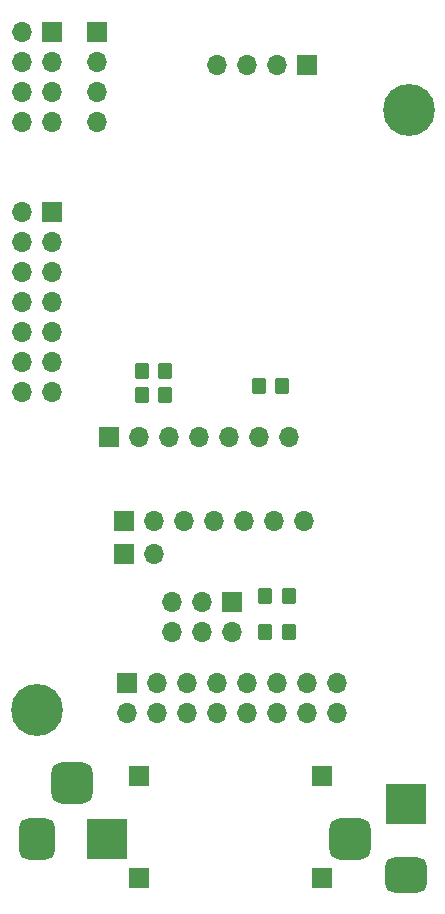
<source format=gbr>
%TF.GenerationSoftware,KiCad,Pcbnew,7.0.10*%
%TF.CreationDate,2024-01-29T09:08:00-07:00*%
%TF.ProjectId,AMPE32T30,414d5045-3332-4543-9330-2e6b69636164,rev?*%
%TF.SameCoordinates,PX76efc10PY5962530*%
%TF.FileFunction,Soldermask,Top*%
%TF.FilePolarity,Negative*%
%FSLAX46Y46*%
G04 Gerber Fmt 4.6, Leading zero omitted, Abs format (unit mm)*
G04 Created by KiCad (PCBNEW 7.0.10) date 2024-01-29 09:08:00*
%MOMM*%
%LPD*%
G01*
G04 APERTURE LIST*
G04 Aperture macros list*
%AMRoundRect*
0 Rectangle with rounded corners*
0 $1 Rounding radius*
0 $2 $3 $4 $5 $6 $7 $8 $9 X,Y pos of 4 corners*
0 Add a 4 corners polygon primitive as box body*
4,1,4,$2,$3,$4,$5,$6,$7,$8,$9,$2,$3,0*
0 Add four circle primitives for the rounded corners*
1,1,$1+$1,$2,$3*
1,1,$1+$1,$4,$5*
1,1,$1+$1,$6,$7*
1,1,$1+$1,$8,$9*
0 Add four rect primitives between the rounded corners*
20,1,$1+$1,$2,$3,$4,$5,0*
20,1,$1+$1,$4,$5,$6,$7,0*
20,1,$1+$1,$6,$7,$8,$9,0*
20,1,$1+$1,$8,$9,$2,$3,0*%
G04 Aperture macros list end*
%ADD10R,1.700000X1.700000*%
%ADD11O,1.700000X1.700000*%
%ADD12C,4.400000*%
%ADD13RoundRect,0.250000X0.350000X0.450000X-0.350000X0.450000X-0.350000X-0.450000X0.350000X-0.450000X0*%
%ADD14RoundRect,0.250000X-0.350000X-0.450000X0.350000X-0.450000X0.350000X0.450000X-0.350000X0.450000X0*%
%ADD15R,3.500000X3.500000*%
%ADD16RoundRect,0.750000X-0.750000X-1.000000X0.750000X-1.000000X0.750000X1.000000X-0.750000X1.000000X0*%
%ADD17RoundRect,0.875000X-0.875000X-0.875000X0.875000X-0.875000X0.875000X0.875000X-0.875000X0.875000X0*%
%ADD18RoundRect,0.750000X1.000000X-0.750000X1.000000X0.750000X-1.000000X0.750000X-1.000000X-0.750000X0*%
%ADD19RoundRect,0.875000X0.875000X-0.875000X0.875000X0.875000X-0.875000X0.875000X-0.875000X-0.875000X0*%
G04 APERTURE END LIST*
D10*
%TO.C,J4*%
X10414000Y32004000D03*
D11*
X12954000Y32004000D03*
X15494000Y32004000D03*
X18034000Y32004000D03*
X20574000Y32004000D03*
X23114000Y32004000D03*
X25654000Y32004000D03*
%TD*%
D10*
%TO.C,J5*%
X10668000Y18288000D03*
D11*
X10668000Y15748000D03*
X13208000Y18288000D03*
X13208000Y15748000D03*
X15748000Y18288000D03*
X15748000Y15748000D03*
X18288000Y18288000D03*
X18288000Y15748000D03*
X20828000Y18288000D03*
X20828000Y15748000D03*
X23368000Y18288000D03*
X23368000Y15748000D03*
X25908000Y18288000D03*
X25908000Y15748000D03*
X28448000Y18288000D03*
X28448000Y15748000D03*
%TD*%
D10*
%TO.C,J6*%
X10414000Y29210000D03*
D11*
X12954000Y29210000D03*
%TD*%
D12*
%TO.C,f*%
X34544000Y66802000D03*
%TD*%
%TO.C,e*%
X3048000Y16002000D03*
%TD*%
D10*
%TO.C,J7*%
X4318000Y58166000D03*
D11*
X1778000Y58166000D03*
X4318000Y55626000D03*
X1778000Y55626000D03*
X4318000Y53086000D03*
X1778000Y53086000D03*
X4318000Y50546000D03*
X1778000Y50546000D03*
X4318000Y48006000D03*
X1778000Y48006000D03*
X4318000Y45466000D03*
X1778000Y45466000D03*
X4318000Y42926000D03*
X1778000Y42926000D03*
%TD*%
D13*
%TO.C,R1*%
X13938000Y44704000D03*
X11938000Y44704000D03*
%TD*%
D10*
%TO.C,MP*%
X25908000Y70612000D03*
D11*
X23368000Y70612000D03*
X20828000Y70612000D03*
X18288000Y70612000D03*
%TD*%
D10*
%TO.C,J1*%
X4318000Y73406000D03*
D11*
X1778000Y73406000D03*
X4318000Y70866000D03*
X1778000Y70866000D03*
X4318000Y68326000D03*
X1778000Y68326000D03*
X4318000Y65786000D03*
X1778000Y65786000D03*
%TD*%
D10*
%TO.C,J3*%
X8128000Y73406000D03*
D11*
X8128000Y70866000D03*
X8128000Y68326000D03*
X8128000Y65786000D03*
%TD*%
D14*
%TO.C,R5*%
X21844000Y43434000D03*
X23844000Y43434000D03*
%TD*%
D10*
%TO.C,J12*%
X27178000Y1778000D03*
%TD*%
%TO.C,J14*%
X9144000Y39116000D03*
D11*
X11684000Y39116000D03*
X14224000Y39116000D03*
X16764000Y39116000D03*
X19304000Y39116000D03*
X21844000Y39116000D03*
X24384000Y39116000D03*
%TD*%
D13*
%TO.C,R2*%
X13938000Y42672000D03*
X11938000Y42672000D03*
%TD*%
D10*
%TO.C,J11*%
X27178000Y10414000D03*
%TD*%
%TO.C,J13*%
X11684000Y1778000D03*
%TD*%
%TO.C,J10*%
X11684000Y10414000D03*
%TD*%
%TO.C,J2*%
X19558000Y25146000D03*
D11*
X19558000Y22606000D03*
X17018000Y25146000D03*
X17018000Y22606000D03*
X14478000Y25146000D03*
X14478000Y22606000D03*
%TD*%
D14*
%TO.C,R3*%
X22384000Y22606000D03*
X24384000Y22606000D03*
%TD*%
D13*
%TO.C,R4*%
X24384000Y25654000D03*
X22384000Y25654000D03*
%TD*%
D15*
%TO.C,J8*%
X9048000Y5080000D03*
D16*
X3048000Y5080000D03*
D17*
X6048000Y9780000D03*
%TD*%
D15*
%TO.C,J9*%
X34290000Y8032000D03*
D18*
X34290000Y2032000D03*
D19*
X29590000Y5032000D03*
%TD*%
M02*

</source>
